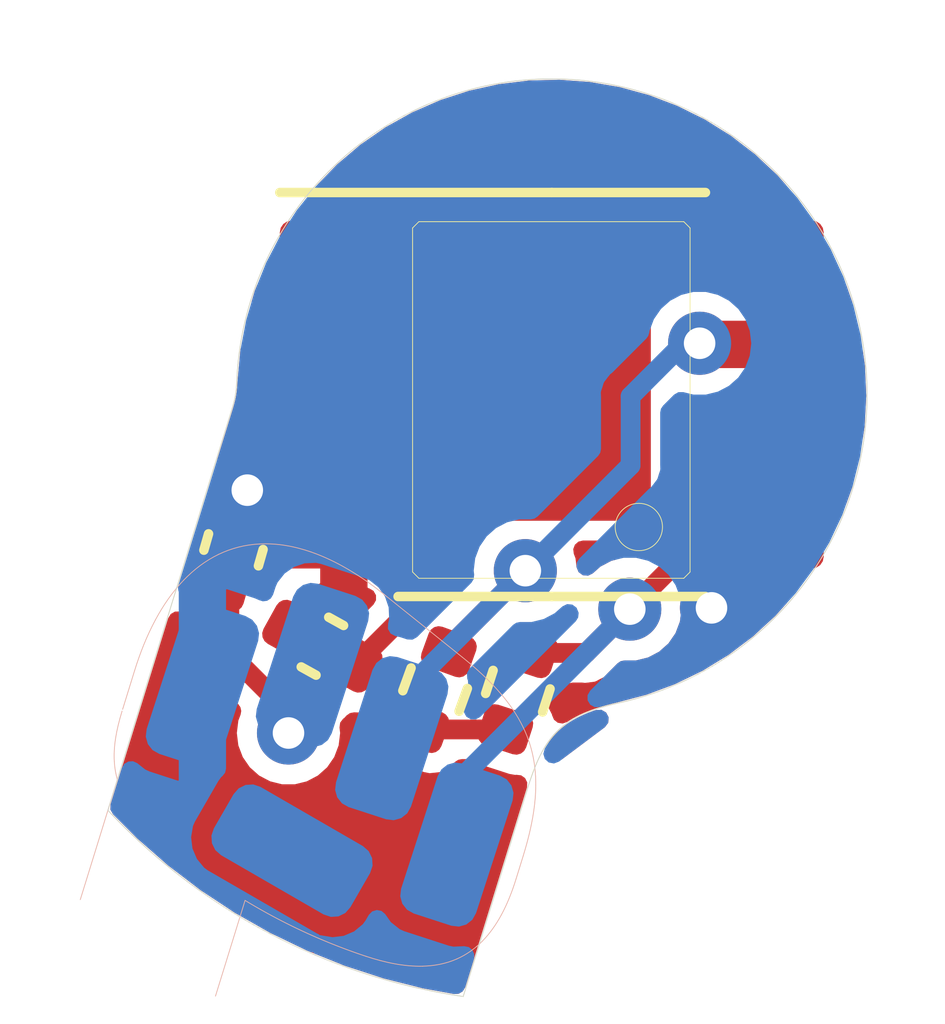
<source format=kicad_pcb>
(kicad_pcb (version 20221018) (generator pcbnew)
  (layers (0 "F.Cu" signal) (1 "In1.Cu" signal) (2 "In2.Cu" signal) (31 "B.Cu" signal) (34 "B.Paste" user) (35 "F.Paste" user) (36 "B.SilkS" user "B.Silkscreen") (37 "F.SilkS" user "F.Silkscreen") (38 "B.Mask" user) (39 "F.Mask" user) (44 "Edge.Cuts" user))
  (net 0 "")
  (net 1 "VDD")
  (net 2 "GND")
  (net 3 "SCL")
  (net 4 "SDA")
  (footprint "" (layer "F.Cu") (at 76.704623 45.781208 78)
    (fp_text reference "" (at 0 0 78) (layer "F.SilkS") (effects (font (size 1.27 1.27))))
    (fp_text value "" (at 0 0 78) (layer "F.SilkS") (effects (font (size 1.27 1.27))))
    (pad "9" smd roundrect (at 0 0 240) (size 1 2) (layers "B.Cu" "B.Mask"))
  )
  (footprint "Capacitor_SMD:C_0402_1005Metric" (layer "F.Cu") (at 77.09 43.19 151)
    (fp_text reference "C2" hide)
    (fp_text value "1uF")
    (fp_line (start -0.107836 -0.36) (end 0.107836 -0.36) (stroke (width 0.12)) (layer "F.SilkS"))
    (fp_line (start -0.107836 0.36) (end 0.107836 0.36) (stroke (width 0.12)) (layer "F.SilkS"))
    (pad "1" smd roundrect (at -0.48 0 151) (size 0.56 0.62) (layers "F.Cu" "F.Paste" "F.Mask") (net 1 "VDD"))
    (pad "2" smd roundrect (at 0.48 0 151) (size 0.56 0.62) (layers "F.Cu" "F.Paste" "F.Mask") (net 2 "GND"))
  )
  (footprint "Capacitor_SMD:C_0402_1005Metric" (layer "F.Cu") (at 75.962303 41.968593 74)
    (fp_text reference "C1" hide)
    (fp_text value "100nF")
    (fp_line (start -0.107836 -0.36) (end 0.107836 -0.36) (stroke (width 0.12)) (layer "F.SilkS"))
    (fp_line (start -0.107836 0.36) (end 0.107836 0.36) (stroke (width 0.12)) (layer "F.SilkS"))
    (pad "1" smd roundrect (at -0.48 0 74) (size 0.56 0.62) (layers "F.Cu" "F.Paste" "F.Mask") (net 1 "VDD"))
    (pad "2" smd roundrect (at 0.48 0 74) (size 0.56 0.62) (layers "F.Cu" "F.Paste" "F.Mask") (net 2 "GND"))
  )
  (footprint "Resistor_SMD:R_0402_1005Metric" (layer "F.Cu") (at 78.52 43.74 70)
    (fp_text reference "R1" hide)
    (fp_text value "4.7K")
    (fp_line (start -0.153641 -0.38) (end 0.153641 -0.38) (stroke (width 0.12)) (layer "F.SilkS"))
    (fp_line (start -0.153641 0.38) (end 0.153641 0.38) (stroke (width 0.12)) (layer "F.SilkS"))
    (pad "1" smd roundrect (at -0.51 0 70) (size 0.54 0.64) (layers "F.Cu" "F.Paste" "F.Mask") (net 1 "VDD"))
    (pad "2" smd roundrect (at 0.51 0 70) (size 0.54 0.64) (layers "F.Cu" "F.Paste" "F.Mask") (net 3 "SCL"))
  )
  (footprint "" (layer "F.Cu") (at 78.796126 45.704129)
    (fp_text reference "" (at 0 0) (layer "F.SilkS") (effects (font (size 1.27 1.27))))
    (fp_text value "" (at 0 0) (layer "F.SilkS") (effects (font (size 1.27 1.27))))
    (pad "9" smd roundrect (at 0 0 162) (size 1 2) (layers "B.Cu" "B.Mask") (net 4 "SDA"))
  )
  (footprint "Resistor_SMD:R_0402_1005Metric" (layer "F.Cu") (at 79.57 43.76 72)
    (fp_text reference "R2" hide)
    (fp_text value "4.7K")
    (fp_line (start -0.153641 -0.38) (end 0.153641 -0.38) (stroke (width 0.12)) (layer "F.SilkS"))
    (fp_line (start -0.153641 0.38) (end 0.153641 0.38) (stroke (width 0.12)) (layer "F.SilkS"))
    (pad "1" smd roundrect (at -0.51 0 72) (size 0.54 0.64) (layers "F.Cu" "F.Paste" "F.Mask") (net 1 "VDD"))
    (pad "2" smd roundrect (at 0.51 0 72) (size 0.54 0.64) (layers "F.Cu" "F.Paste" "F.Mask") (net 4 "SDA"))
  )
  (footprint "" (layer "F.Cu") (at 77.970164 44.355542)
    (fp_text reference "" (at 0 0) (layer "F.SilkS") (effects (font (size 1.27 1.27))))
    (fp_text value "" (at 0 0) (layer "F.SilkS") (effects (font (size 1.27 1.27))))
    (pad "9" smd roundrect (at 0 0 162) (size 1 2) (layers "B.Cu" "B.Mask") (net 3 "SCL"))
  )
  (footprint "" (layer "F.Cu") (at 76.964196 43.427148)
    (fp_text reference "" (at 0 0) (layer "F.SilkS") (effects (font (size 1.27 1.27))))
    (fp_text value "" (at 0 0) (layer "F.SilkS") (effects (font (size 1.27 1.27))))
    (pad "9" smd roundrect (at 0 0 162) (size 1 2) (layers "B.Cu" "B.Mask") (net 1 "VDD"))
  )
  (footprint "Package_SO:SOIC-8-1EP_3.9x4.9mm_P1.27mm_EP2.514x3.2mm" (layer "F.Cu") (at 80 40)
    (fp_text reference "U1" hide)
    (fp_text value "~")
    (fp_line (start 0 -2.56) (end -3.45 -2.56) (stroke (width 0.12)) (layer "F.SilkS"))
    (fp_line (start 0 -2.56) (end 1.95 -2.56) (stroke (width 0.12)) (layer "F.SilkS"))
    (fp_line (start 0 2.56) (end -1.95 2.56) (stroke (width 0.12)) (layer "F.SilkS"))
    (fp_line (start 0 2.56) (end 1.95 2.56) (stroke (width 0.12)) (layer "F.SilkS"))
    (pad "1" smd roundrect (at -2.6375 -1.905) (size 1.625 0.6) (layers "F.Cu" "F.Paste" "F.Mask") (net 1 "VDD"))
    (pad "2" smd roundrect (at -2.6375 -0.635) (size 1.625 0.6) (layers "F.Cu" "F.Paste" "F.Mask") (net 1 "VDD"))
    (pad "3" smd roundrect (at -2.6375 0.635) (size 1.625 0.6) (layers "F.Cu" "F.Paste" "F.Mask"))
    (pad "4" smd roundrect (at -2.6375 1.905) (size 1.625 0.6) (layers "F.Cu" "F.Paste" "F.Mask") (net 2 "GND"))
    (pad "5" smd roundrect (at 2.6375 1.905) (size 1.625 0.6) (layers "F.Cu" "F.Paste" "F.Mask") (net 2 "GND"))
    (pad "6" smd roundrect (at 2.6375 0.635) (size 1.625 0.6) (layers "F.Cu" "F.Paste" "F.Mask") (net 4 "SDA"))
    (pad "7" smd roundrect (at 2.6375 -0.635) (size 1.625 0.6) (layers "F.Cu" "F.Paste" "F.Mask") (net 3 "SCL"))
    (pad "8" smd roundrect (at 2.6375 -1.905) (size 1.625 0.6) (layers "F.Cu" "F.Paste" "F.Mask"))
    (pad "9" smd rect (at 0 0) (size 2.514 3.2) (layers "F.Cu" "F.Mask"))
  )
  (footprint "" (layer "B.Cu") (at 75.567872 43.681249 162)
    (fp_text reference "" (at 0 0 162) (layer "B.SilkS") (effects (font (size 1.27 1.27)) (justify mirror)))
    (fp_text value "" (at 0 0 162) (layer "B.SilkS") (effects (font (size 1.27 1.27)) (justify mirror)))
    (pad "9" smd roundrect (at 0 0 162) (size 1 2) (layers "B.Cu" "B.Mask") (net 2 "GND"))
  )
  (gr_curve (pts (xy 76.946682 41.995998) (xy 77.27987 42.111284) (xy 77.593562 42.309436) (xy 77.869454 42.530719)) (stroke (width 0.01)) (layer "B.SilkS"))
  (gr_curve (pts (xy 79.120799 46.926595) (xy 79.026788 47.022276) (xy 78.919547 47.098926) (xy 78.79679 47.153073)) (stroke (width 0.01)) (layer "B.SilkS"))
  (gr_line (start 74.018545 46.402077) (end 74.489179 44.881465) (stroke (width 0.01)) (layer "B.SilkS"))
  (gr_curve (pts (xy 79.638569 44.220757) (xy 79.563249 44.063939) (xy 79.464186 43.921187) (xy 79.35134 43.789478)) (stroke (width 0.01)) (layer "B.SilkS"))
  (gr_curve (pts (xy 78.360495 47.245297) (xy 78.133391 47.250716) (xy 77.890707 47.202081) (xy 77.642802 47.120008)) (stroke (width 0.01)) (layer "B.SilkS"))
  (gr_curve (pts (xy 79.359695 46.596412) (xy 79.294679 46.716052) (xy 79.216308 46.82939) (xy 79.120799 46.926595)) (stroke (width 0.01)) (layer "B.SilkS"))
  (gr_curve (pts (xy 75.773129 42.026057) (xy 75.93655 41.947372) (xy 76.110035 41.903778) (xy 76.291183 41.89423)) (stroke (width 0.01)) (layer "B.SilkS"))
  (gr_curve (pts (xy 79.547175 46.139514) (xy 79.498846 46.295666) (xy 79.437842 46.452608) (xy 79.359695 46.596412)) (stroke (width 0.01)) (layer "B.SilkS"))
  (gr_line (start 77.869454 42.530719) (end 78.86573 43.329793) (stroke (width 0.01)) (layer "B.SilkS"))
  (gr_line (start 74.555647 43.990262) (end 74.70752 43.499558) (stroke (width 0.01)) (layer "B.SilkS"))
  (gr_curve (pts (xy 76.291183 41.89423) (xy 76.514119 41.882479) (xy 76.735449 41.92291) (xy 76.946682 41.995998)) (stroke (width 0.01)) (layer "B.SilkS"))
  (gr_curve (pts (xy 79.637363 45.848118) (xy 79.758981 45.455169) (xy 79.809482 45.129565) (xy 79.7947 44.842324)) (stroke (width 0.01)) (layer "B.SilkS"))
  (gr_curve (pts (xy 74.70752 43.499558) (xy 74.775862 43.278744) (xy 74.8624 43.059378) (xy 74.971844 42.855979)) (stroke (width 0.01)) (layer "B.SilkS"))
  (gr_line (start 79.637363 45.848118) (end 79.547175 46.139514) (stroke (width 0.01)) (layer "B.SilkS"))
  (gr_curve (pts (xy 74.450014 44.65011) (xy 74.454615 44.730223) (xy 74.467496 44.806898) (xy 74.489179 44.881465)) (stroke (width 0.01)) (layer "B.SilkS"))
  (gr_curve (pts (xy 79.7947 44.842324) (xy 79.783429 44.623297) (xy 79.733641 44.418696) (xy 79.638569 44.220757)) (stroke (width 0.01)) (layer "B.SilkS"))
  (gr_curve (pts (xy 78.79679 47.153073) (xy 78.658546 47.214051) (xy 78.511451 47.241694) (xy 78.360495 47.245297)) (stroke (width 0.01)) (layer "B.SilkS"))
  (gr_arc (start 77.642802 47.120008) (mid 76.85596 46.80925) (end 76.109119 46.411859) (stroke (width 0.01)) (layer "B.SilkS"))
  (gr_curve (pts (xy 75.32998 42.353332) (xy 75.458634 42.219296) (xy 75.605848 42.1066) (xy 75.773129 42.026057)) (stroke (width 0.01)) (layer "B.SilkS"))
  (gr_curve (pts (xy 79.35134 43.789478) (xy 79.20739 43.621467) (xy 79.037215 43.467334) (xy 78.86573 43.329793)) (stroke (width 0.01)) (layer "B.SilkS"))
  (gr_curve (pts (xy 74.548818 44.012326) (xy 74.471125 44.26335) (xy 74.439596 44.468682) (xy 74.450014 44.65011)) (stroke (width 0.01)) (layer "B.SilkS"))
  (gr_curve (pts (xy 74.971844 42.855979) (xy 75.069423 42.67463) (xy 75.187493 42.501779) (xy 75.32998 42.353332)) (stroke (width 0.01)) (layer "B.SilkS"))
  (gr_line (start 76.109119 46.411859) (end 75.733723 47.624761) (stroke (width 0.01)) (layer "B.SilkS"))
  (gr_line (start 81.754728 42.249256) (end 81.754728 37.889085) (stroke (width 0.01)) (layer "F.SilkS"))
  (gr_line (start 75.938235 40.199554) (end 74.369091 45.269467) (stroke (width 0.01)) (layer "F.SilkS"))
  (gr_curve (pts (xy 79.939142 44.428351) (xy 79.850267 44.559197) (xy 79.776026 44.723654) (xy 79.709643 44.938137)) (stroke (width 0.01)) (layer "F.SilkS"))
  (gr_line (start 78.234385 42.249256) (end 78.314471 42.329342) (stroke (width 0.01)) (layer "F.SilkS"))
  (gr_line (start 81.754728 37.889085) (end 81.674642 37.808999) (stroke (width 0.01)) (layer "F.SilkS"))
  (gr_circle (center 81.104728 41.679342) (end 81.404728 41.679342) (stroke (width 0.01)) (fill none) (layer "F.SilkS"))
  (gr_curve (pts (xy 75.985596 40.01333) (xy 75.995003 39.959284) (xy 76.000356 39.902567) (xy 76.003943 39.822055)) (stroke (width 0.01)) (layer "F.SilkS"))
  (gr_line (start 78.876598 47.62971) (end 79.709643 44.938137) (stroke (width 0.01)) (layer "F.SilkS"))
  (gr_line (start 81.674642 42.329342) (end 81.754728 42.249256) (stroke (width 0.01)) (layer "F.SilkS"))
  (gr_line (start 78.314471 42.329342) (end 81.674642 42.329342) (stroke (width 0.01)) (layer "F.SilkS"))
  (gr_line (start 78.314471 37.808999) (end 78.234385 37.889085) (stroke (width 0.01)) (layer "F.SilkS"))
  (gr_curve (pts (xy 80.236162 44.135724) (xy 80.115701 44.213839) (xy 80.019665 44.3098) (xy 79.939142 44.428351)) (stroke (width 0.01)) (layer "F.SilkS"))
  (gr_arc (start 76.003943 39.822055) (mid 82.585445 36.947948) (end 80.832593 43.912442) (stroke (width 0.01)) (layer "F.SilkS"))
  (gr_curve (pts (xy 80.832593 43.912442) (xy 80.577199 43.966793) (xy 80.386469 44.038254) (xy 80.236162 44.135724)) (stroke (width 0.01)) (layer "F.SilkS"))
  (gr_curve (pts (xy 75.938235 40.199554) (xy 75.962063 40.122566) (xy 75.976189 40.067375) (xy 75.985596 40.01333)) (stroke (width 0.01)) (layer "F.SilkS"))
  (gr_line (start 78.234385 37.889085) (end 78.234385 42.249256) (stroke (width 0.01)) (layer "F.SilkS"))
  (gr_line (start 81.674642 37.808999) (end 78.314471 37.808999) (stroke (width 0.01)) (layer "F.SilkS"))
  (gr_arc (start 78.876598 47.62971) (mid 76.422588 46.832031) (end 74.369091 45.269467) (stroke (width 0.01)) (layer "F.SilkS"))
  (gr_curve (pts (xy 80.832613 43.912385) (xy 80.06 44.09) (xy 79.9 44.38) (xy 79.709663 44.93808)) (stroke (width 0.01)) (layer "Edge.Cuts"))
  (gr_curve (pts (xy 75.985616 40.013273) (xy 75.995023 39.959227) (xy 76.000376 39.90251) (xy 76.003963 39.821998)) (stroke (width 0.01)) (layer "Edge.Cuts"))
  (gr_arc (start 78.876618 47.629653) (mid 76.422608 46.831974) (end 74.369111 45.26941) (stroke (width 0.01)) (layer "Edge.Cuts"))
  (gr_line (start 75.938255 40.199497) (end 74.369111 45.26941) (stroke (width 0.01)) (layer "Edge.Cuts"))
  (gr_line (start 78.876618 47.629653) (end 79.709663 44.93808) (stroke (width 0.01)) (layer "Edge.Cuts"))
  (gr_arc (start 76.003963 39.821998) (mid 82.585465 36.947891) (end 80.832613 43.912385) (stroke (width 0.01)) (layer "Edge.Cuts"))
  (gr_curve (pts (xy 75.938255 40.199497) (xy 75.962083 40.122509) (xy 75.976209 40.067318) (xy 75.985616 40.013273)) (stroke (width 0.01)) (layer "Edge.Cuts"))
  (segment (start 77.3625 38.095) (end 77.3625 39.365) (width 0.25) (layer "F.Cu") (net 1))
  (segment (start 75.91 42.510002) (end 75.829997 42.429999) (width 0.25) (layer "F.Cu") (net 1))
  (segment (start 77.509817 43.422709) (end 77.132526 43.8) (width 0.25) (layer "F.Cu") (net 1))
  (segment (start 77.549036 43.422709) (end 78.34557 44.219243) (width 0.25) (layer "F.Cu") (net 1))
  (segment (start 77.509817 43.422709) (end 77.549036 43.422709) (width 0.25) (layer "F.Cu") (net 1))
  (segment (start 78.483343 40.120332) (end 78.483343 42.449183) (width 0.25) (layer "F.Cu") (net 1))
  (segment (start 76.89 43.8) (end 76.89 44.06) (width 0.25) (layer "F.Cu") (net 1))
  (segment (start 76.89 44.06) (end 76.66 44.29) (width 0.25) (layer "F.Cu") (net 1))
  (segment (start 77.3625 39.365) (end 77.728011 39.365) (width 0.25) (layer "F.Cu") (net 1))
  (segment (start 75.91 43.28) (end 75.91 42.510002) (width 0.25) (layer "F.Cu") (net 1))
  (segment (start 76.43 43.8) (end 75.91 43.28) (width 0.25) (layer "F.Cu") (net 1))
  (segment (start 78.371366 44.245039) (end 78.34557 44.219243) (width 0.25) (layer "F.Cu") (net 1))
  (segment (start 77.728011 39.365) (end 78.483343 40.120332) (width 0.25) (layer "F.Cu") (net 1))
  (segment (start 79.412401 44.245039) (end 78.371366 44.245039) (width 0.25) (layer "F.Cu") (net 1))
  (segment (start 78.483343 42.449183) (end 77.509817 43.422709) (width 0.25) (layer "F.Cu") (net 1))
  (segment (start 76.89 43.8) (end 76.43 43.8) (width 0.25) (layer "F.Cu") (net 1))
  (segment (start 77.132526 43.8) (end 76.89 43.8) (width 0.25) (layer "F.Cu") (net 1))
  (via (at 76.66 44.29) (size 0.8) (drill 0.4) (layers "F.Cu" "B.Cu") (net 1))
  (segment (start 76.66 43.731344) (end 76.964196 43.427148) (width 0.25) (layer "B.Cu") (net 1))
  (segment (start 76.66 44.29) (end 76.66 43.731344) (width 0.25) (layer "B.Cu") (net 1))
  (segment (start 76.094609 41.507187) (end 76.094609 41.254847) (width 0.25) (layer "F.Cu") (net 2))
  (segment (start 76.670183 42.957291) (end 77.3625 42.264974) (width 0.25) (layer "F.Cu") (net 2))
  (segment (start 82.6375 41.905) (end 82.6375 42.092987) (width 0.25) (layer "F.Cu") (net 2))
  (segment (start 82.6375 42.092987) (end 82.026358 42.704129) (width 0.25) (layer "F.Cu") (net 2))
  (segment (start 76.094609 41.507187) (end 76.964687 41.507187) (width 0.25) (layer "F.Cu") (net 2))
  (segment (start 76.964687 41.507187) (end 77.3625 41.905) (width 0.25) (layer "F.Cu") (net 2))
  (segment (start 76.094609 41.254847) (end 76.137221 41.212235) (width 0.25) (layer "F.Cu") (net 2))
  (segment (start 77.3625 42.264974) (end 77.3625 41.905) (width 0.25) (layer "F.Cu") (net 2))
  (via (at 76.137221 41.212235) (size 0.8) (drill 0.4) (layers "F.Cu" "B.Cu") (net 2))
  (via (at 82.026358 42.704129) (size 0.8) (drill 0.4) (layers "F.Cu" "B.Cu") (net 2))
  (segment (start 78.69443 43.260757) (end 78.69443 43.203138) (width 0.25) (layer "F.Cu") (net 3))
  (segment (start 78.69443 43.203138) (end 79.664848 42.23272) (width 0.25) (layer "F.Cu") (net 3))
  (segment (start 82.623063 39.350563) (end 82.6375 39.365) (width 0.25) (layer "F.Cu") (net 3))
  (segment (start 81.875695 39.350563) (end 82.623063 39.350563) (width 0.25) (layer "F.Cu") (net 3))
  (via (at 79.664848 42.23272) (size 0.8) (drill 0.4) (layers "F.Cu" "B.Cu") (net 3))
  (via (at 81.875695 39.350563) (size 0.8) (drill 0.4) (layers "F.Cu" "B.Cu") (net 3))
  (segment (start 77.970164 44.355542) (end 77.970164 43.927404) (width 0.25) (layer "B.Cu") (net 3))
  (segment (start 81.67131 39.350563) (end 81.875695 39.350563) (width 0.25) (layer "B.Cu") (net 3))
  (segment (start 77.970164 43.927404) (end 79.664848 42.23272) (width 0.25) (layer "B.Cu") (net 3))
  (segment (start 79.664848 42.23272) (end 81 40.897568) (width 0.25) (layer "B.Cu") (net 3))
  (segment (start 81 40.021873) (end 81.67131 39.350563) (width 0.25) (layer "B.Cu") (net 3))
  (segment (start 81 40.897568) (end 81 40.021873) (width 0.25) (layer "B.Cu") (net 3))
  (segment (start 81.517663 41.095969) (end 81.978632 40.635) (width 0.25) (layer "F.Cu") (net 4))
  (segment (start 81.517663 41.095969) (end 81.517663 42.192337) (width 0.25) (layer "F.Cu") (net 4))
  (segment (start 81.517663 42.192337) (end 80.99 42.72) (width 0.25) (layer "F.Cu") (net 4))
  (segment (start 81.978632 40.635) (end 82.6375 40.635) (width 0.25) (layer "F.Cu") (net 4))
  (segment (start 79.727599 43.274961) (end 80.435039 43.274961) (width 0.25) (layer "F.Cu") (net 4))
  (segment (start 80.435039 43.274961) (end 80.99 42.72) (width 0.25) (layer "F.Cu") (net 4))
  (via (at 80.99 42.72) (size 0.8) (drill 0.4) (layers "F.Cu" "B.Cu") (net 4))
  (segment (start 80.99 42.72) (end 78.796126 44.913874) (width 0.25) (layer "B.Cu") (net 4))
  (segment (start 78.796126 44.913874) (end 78.796126 45.704129) (width 0.25) (layer "B.Cu") (net 4))
  (zone (net 2) (net_name "GND") (layers "F&B.Cu") (connect_pads (clearance 0.25)) (min_thickness 0.25) (fill yes (thermal_gap 0.25) (thermal_bridge_width 0.6) (island_removal_mode 1) (island_area_min 10))
    (polygon (pts (xy 73 35) (xy 85 35) (xy 85 48) (xy 73 48)))
  )
)
</source>
